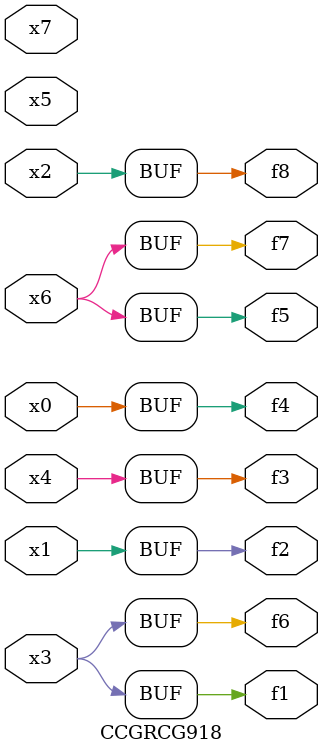
<source format=v>
module CCGRCG918(
	input x0, x1, x2, x3, x4, x5, x6, x7,
	output f1, f2, f3, f4, f5, f6, f7, f8
);
	assign f1 = x3;
	assign f2 = x1;
	assign f3 = x4;
	assign f4 = x0;
	assign f5 = x6;
	assign f6 = x3;
	assign f7 = x6;
	assign f8 = x2;
endmodule

</source>
